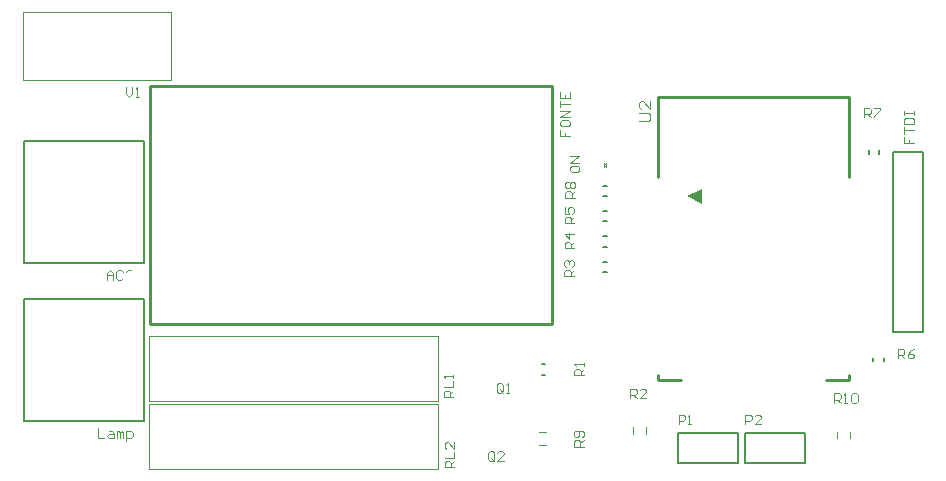
<source format=gto>
%FSTAX23Y23*%
%MOIN*%
%SFA1B1*%

%IPPOS*%
%ADD35C,0.005000*%
%ADD36C,0.003937*%
%ADD37C,0.007874*%
%ADD38C,0.004724*%
%ADD39C,0.001969*%
%ADD40C,0.010000*%
%LNrw-01-1*%
%LPD*%
G36*
X02293Y0092D02*
X02243Y00945D01*
X02293Y0097*
Y0092*
G37*
G54D35*
X01965Y00945D02*
X01976D01*
X01965Y0098D02*
X01976D01*
X01759Y0035D02*
X0177D01*
X01759Y00385D02*
X0177D01*
X01965Y00777D02*
X01976D01*
X01965Y00812D02*
X01976D01*
X01965Y00727D02*
X01976D01*
X01965Y00692D02*
X01976D01*
X02864Y00396D02*
Y00407D01*
X02899Y00396D02*
Y00407D01*
X02849Y01087D02*
Y01098D01*
X02884Y01087D02*
Y01098D01*
X01965Y00896D02*
X01976D01*
X01965Y00861D02*
X01976D01*
G54D36*
X01415Y00263D02*
Y0048D01*
X0045Y00263D02*
Y0048D01*
Y00263D02*
X01415D01*
X0045Y0048D02*
X01415D01*
X0045Y00252D02*
X01415D01*
X0045Y00036D02*
X01415D01*
X0045D02*
Y00252D01*
X01415Y00036D02*
Y00252D01*
X01966Y01042D02*
Y01056D01*
X01968Y0105D02*
X01975Y01042D01*
X01968Y0105D02*
X01974Y01056D01*
X01975Y01042D02*
Y01056D01*
X02083Y01197D02*
X02116D01*
X02122Y01203*
Y01216*
X02116Y01223*
X02083*
X02122Y01262D02*
Y01236D01*
X02096Y01262*
X0209*
X02083Y01256*
Y01242*
X0209Y01236*
G54D37*
X00435Y00724D02*
Y0113D01*
X00034D02*
X00435D01*
X00034Y00724D02*
Y0113D01*
Y00724D02*
X00435D01*
X03029Y00494D02*
Y01094D01*
X02929Y00494D02*
Y01094D01*
Y00494D02*
X03029D01*
X02929Y01094D02*
X03029D01*
X00033Y00196D02*
X00434D01*
X00033D02*
Y00602D01*
X00434*
Y00196D02*
Y00602D01*
X02215Y00057D02*
Y00157D01*
X02415*
Y00057D02*
Y00157D01*
X02215Y00057D02*
X02415D01*
X02437Y00057D02*
Y00157D01*
X02637*
Y00057D02*
Y00157D01*
X02437Y00057D02*
X02637D01*
G54D38*
X00032Y0156D02*
X00525D01*
Y01331D02*
Y0156D01*
X00032Y01331D02*
X00525D01*
X00032D02*
Y0156D01*
X0187Y0094D02*
X01838D01*
Y00956*
X01843Y00962*
X01854*
X01859Y00956*
Y0094*
Y00951D02*
X0187Y00962D01*
X01843Y00972D02*
X01838Y00977D01*
Y00988*
X01843Y00993*
X01849*
X01854Y00988*
X01859Y00993*
X01864*
X0187Y00988*
Y00977*
X01864Y00972*
X01859*
X01854Y00977*
X01849Y00972*
X01843*
X01854Y00977D02*
Y00988D01*
X019Y00349D02*
X01868D01*
Y00364*
X01873Y0037*
X01884*
X01889Y00364*
Y00349*
Y00359D02*
X019Y0037D01*
Y0038D02*
Y0039D01*
Y00385*
X01868*
X01873Y0038*
X01899Y0011D02*
X01867D01*
Y00126*
X01872Y00132*
X01883*
X01888Y00126*
Y0011*
Y00121D02*
X01899Y00132D01*
X01893Y00142D02*
X01899Y00147D01*
Y00158*
X01893Y00163*
X01872*
X01867Y00158*
Y00147*
X01872Y00142*
X01877*
X01883Y00147*
Y00163*
X01467Y00042D02*
X01436D01*
Y00057*
X01441Y00062*
X01452*
X01457Y00057*
Y00042*
Y00052D02*
X01467Y00062D01*
X01436Y00073D02*
X01467D01*
Y00094*
Y00125D02*
Y00104D01*
X01447Y00125*
X01441*
X01436Y0012*
Y0011*
X01441Y00104*
X01602Y00069D02*
Y0009D01*
X01596Y00095*
X01586*
X0158Y0009*
Y00069*
X01586Y00064*
X01596*
X01591Y00074D02*
X01602Y00064D01*
X01596D02*
X01602Y00069D01*
X01633Y00064D02*
X01612D01*
X01633Y00085*
Y0009*
X01628Y00095*
X01617*
X01612Y0009*
X0163Y00296D02*
Y00317D01*
X01625Y00322*
X01615*
X0161Y00317*
Y00296*
X01615Y0029*
X01625*
X0162Y00301D02*
X0163Y0029D01*
X01625D02*
X0163Y00296D01*
X01641Y0029D02*
X01651D01*
X01646*
Y00322*
X01641Y00317*
X0031Y00667D02*
Y00688D01*
X00321Y00699*
X00332Y00688*
Y00667*
Y00683*
X0031*
X00363Y00694D02*
X00358Y00699D01*
X00347*
X00342Y00694*
Y00673*
X00347Y00667*
X00358*
X00363Y00673*
X00373Y00694D02*
X00379Y00699D01*
X00389*
X00394Y00704*
X02835Y01208D02*
Y01239D01*
X0285*
X02856Y01234*
Y01224*
X0285Y01218*
X02835*
X02845D02*
X02856Y01208D01*
X02866Y01239D02*
X02887D01*
Y01234*
X02866Y01213*
Y01208*
X02947Y00405D02*
Y00436D01*
X02963*
X02968Y00431*
Y0042*
X02963Y00415*
X02947*
X02958D02*
X02968Y00405D01*
X03Y00436D02*
X02989Y00431D01*
X02979Y0042*
Y0041*
X02984Y00405*
X02995*
X03Y0041*
Y00415*
X02995Y0042*
X02979*
X01867Y00855D02*
X01836D01*
Y00871*
X01841Y00877*
X01852*
X01857Y00871*
Y00855*
Y00866D02*
X01867Y00877D01*
X01836Y00908D02*
Y00887D01*
X01852*
X01847Y00897*
Y00903*
X01852Y00908*
X01862*
X01867Y00903*
Y00892*
X01862Y00887*
X01867Y00772D02*
X01836D01*
Y00787*
X01841Y00792*
X01852*
X01857Y00787*
Y00772*
Y00782D02*
X01867Y00792D01*
Y00819D02*
X01836D01*
X01852Y00803*
Y00824*
X01867Y00679D02*
X01835D01*
Y00694*
X0184Y007*
X01851*
X01856Y00694*
Y00679*
Y00689D02*
X01867Y007D01*
X0184Y0071D02*
X01835Y00715D01*
Y00726*
X0184Y00731*
X01846*
X01851Y00726*
Y0072*
Y00726*
X01856Y00731*
X01861*
X01867Y00726*
Y00715*
X01861Y0071*
X00375Y01308D02*
Y01287D01*
X00385Y01277*
X00395Y01287*
Y01308*
X00406Y01277D02*
X00416D01*
X00411*
Y01308*
X00406Y01303*
X01854Y01041D02*
Y01031D01*
X01859Y01025*
X0188*
X01885Y01031*
Y01041*
X0188Y01047*
X01859*
X01854Y01041*
X01885Y01057D02*
X01854D01*
X01885Y01078*
X01854*
X02968Y01144D02*
Y01123D01*
X02984*
Y01133*
Y01123*
X03*
X02968Y01154D02*
Y01175D01*
Y01165*
X03*
X02968Y01186D02*
X03D01*
Y01202*
X02994Y01207*
X02973*
X02968Y01202*
Y01186*
Y01217D02*
Y01228D01*
Y01223*
X03*
Y01217*
Y01228*
X0028Y00172D02*
Y0014D01*
X00302*
X00317Y00162D02*
X00328D01*
X00333Y00156*
Y0014*
X00317*
X00312Y00146*
X00317Y00151*
X00333*
X00343Y0014D02*
Y00162D01*
X00349*
X00354Y00156*
Y0014*
Y00156*
X00359Y00162*
X00364Y00156*
Y0014*
X00375Y0013D02*
Y00162D01*
X00391*
X00396Y00156*
Y00146*
X00391Y0014*
X00375*
X01465Y00277D02*
X01433D01*
Y00292*
X01438Y00297*
X01449*
X01454Y00292*
Y00277*
Y00287D02*
X01465Y00297D01*
X01433Y00308D02*
X01465D01*
Y00329*
Y00339D02*
Y0035D01*
Y00345*
X01433*
X01438Y00339*
X01822Y01167D02*
Y01147D01*
X01838*
Y01157*
Y01147*
X01854*
X01822Y01194D02*
Y01183D01*
X01827Y01178*
X01848*
X01854Y01183*
Y01194*
X01848Y01199*
X01827*
X01822Y01194*
X01854Y01209D02*
X01822D01*
X01854Y0123*
X01822*
Y01241D02*
Y01262D01*
Y01251*
X01854*
X01822Y01293D02*
Y01272D01*
X01854*
Y01293*
X01838Y01272D02*
Y01283D01*
X02216Y00185D02*
Y00217D01*
X02231*
X02237Y00212*
Y00201*
X02231Y00196*
X02216*
X02247Y00185D02*
X02258D01*
X02252*
Y00217*
X02247Y00212*
X02438Y00186D02*
Y00217D01*
X02453*
X02459Y00212*
Y00202*
X02453Y00196*
X02438*
X0249Y00186D02*
X02469D01*
X0249Y00207*
Y00212*
X02485Y00217*
X02474*
X02469Y00212*
X02735Y00257D02*
Y00288D01*
X0275*
X02756Y00283*
Y00273*
X0275Y00267*
X02735*
X02745D02*
X02756Y00257D01*
X02766D02*
X02777D01*
X02771*
Y00288*
X02766Y00283*
X02792D02*
X02797Y00288D01*
X02808*
X02813Y00283*
Y00262*
X02808Y00257*
X02797*
X02792Y00262*
Y00283*
X02055Y00273D02*
Y00304D01*
X0207*
X02076Y00299*
Y00289*
X0207Y00283*
X02055*
X02065D02*
X02076Y00273D01*
X02107D02*
X02086D01*
X02107Y00294*
Y00299*
X02102Y00304*
X02091*
X02086Y00299*
G54D39*
X01752Y00117D02*
X01773D01*
X01752Y0016D02*
X01773D01*
X02743Y00138D02*
Y0016D01*
X02786Y00138D02*
Y0016D01*
X02063Y00154D02*
Y00175D01*
X02106Y00154D02*
Y00175D01*
G54D40*
X01794Y00518D02*
Y01314D01*
X00455Y00518D02*
X01794D01*
X00455Y01314D02*
X01794D01*
X00455Y00518D02*
Y01314D01*
X02147Y01009D02*
Y01275D01*
Y00332D02*
Y0035D01*
X02784Y0101D02*
Y01275D01*
X02147D02*
X02784D01*
X02147Y00332D02*
X02225D01*
X02707D02*
X02784D01*
Y0035*
M02*
</source>
